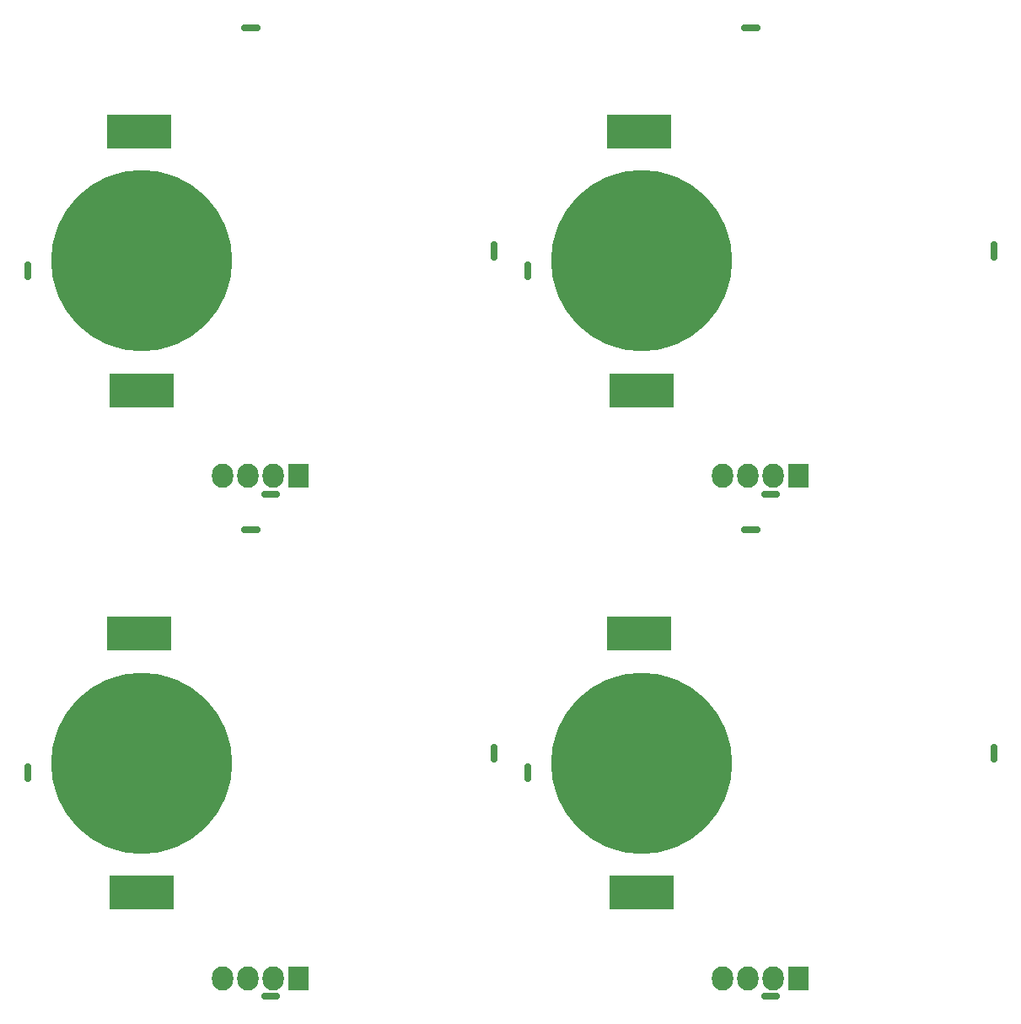
<source format=gbs>
G04 #@! TF.FileFunction,Soldermask,Bot*
%FSLAX46Y46*%
G04 Gerber Fmt 4.6, Leading zero omitted, Abs format (unit mm)*
G04 Created by KiCad (PCBNEW 4.1.0-alpha+201607130321+6976~46~ubuntu16.04.1-product) date Sun Jul 24 19:45:18 2016*
%MOMM*%
%LPD*%
G01*
G04 APERTURE LIST*
%ADD10C,0.100000*%
%ADD11R,2.127200X2.432000*%
%ADD12O,2.127200X2.432000*%
%ADD13R,6.400000X3.400000*%
%ADD14C,18.200000*%
%ADD15C,0.700000*%
G04 APERTURE END LIST*
D10*
D11*
X129000000Y-112600000D03*
D12*
X126460000Y-112600000D03*
X123920000Y-112600000D03*
X121380000Y-112600000D03*
D13*
X113000000Y-78000000D03*
X113200000Y-104000000D03*
D14*
X113200000Y-91000000D03*
D15*
X148600000Y-89400000D03*
X148600000Y-90600000D03*
X148600000Y-90300000D03*
X148600000Y-90000000D03*
X148600000Y-89700000D03*
X123600000Y-67600000D03*
X124800000Y-67600000D03*
X124500000Y-67600000D03*
X124200000Y-67600000D03*
X123900000Y-67600000D03*
X101800000Y-91400000D03*
X101800000Y-92600000D03*
X101800000Y-92300000D03*
X101800000Y-92000000D03*
X101800000Y-91700000D03*
X126800000Y-114400000D03*
X125600000Y-114400000D03*
X125900000Y-114400000D03*
X126200000Y-114400000D03*
X126500000Y-114400000D03*
X76600000Y-114400000D03*
X75400000Y-114400000D03*
X75700000Y-114400000D03*
X76000000Y-114400000D03*
X76300000Y-114400000D03*
X51600000Y-91400000D03*
X51600000Y-92600000D03*
X51600000Y-92300000D03*
X51600000Y-92000000D03*
X51600000Y-91700000D03*
X73400000Y-67600000D03*
X74600000Y-67600000D03*
X74300000Y-67600000D03*
X74000000Y-67600000D03*
X73700000Y-67600000D03*
X98400000Y-89400000D03*
X98400000Y-90600000D03*
X98400000Y-90300000D03*
X98400000Y-90000000D03*
X98400000Y-89700000D03*
D13*
X62800000Y-78000000D03*
X63000000Y-104000000D03*
D14*
X63000000Y-91000000D03*
D11*
X78800000Y-112600000D03*
D12*
X76260000Y-112600000D03*
X73720000Y-112600000D03*
X71180000Y-112600000D03*
D15*
X126800000Y-164800000D03*
X125600000Y-164800000D03*
X125900000Y-164800000D03*
X126200000Y-164800000D03*
X126500000Y-164800000D03*
X101800000Y-141800000D03*
X101800000Y-143000000D03*
X101800000Y-142700000D03*
X101800000Y-142400000D03*
X101800000Y-142100000D03*
X123600000Y-118000000D03*
X124800000Y-118000000D03*
X124500000Y-118000000D03*
X124200000Y-118000000D03*
X123900000Y-118000000D03*
X148600000Y-139800000D03*
X148600000Y-141000000D03*
X148600000Y-140700000D03*
X148600000Y-140400000D03*
X148600000Y-140100000D03*
D13*
X113000000Y-128400000D03*
X113200000Y-154400000D03*
D14*
X113200000Y-141400000D03*
D11*
X129000000Y-163000000D03*
D12*
X126460000Y-163000000D03*
X123920000Y-163000000D03*
X121380000Y-163000000D03*
D11*
X78800000Y-163000000D03*
D12*
X76260000Y-163000000D03*
X73720000Y-163000000D03*
X71180000Y-163000000D03*
D13*
X62800000Y-128400000D03*
X63000000Y-154400000D03*
D14*
X63000000Y-141400000D03*
D15*
X98400000Y-139800000D03*
X98400000Y-141000000D03*
X98400000Y-140700000D03*
X98400000Y-140400000D03*
X98400000Y-140100000D03*
X73400000Y-118000000D03*
X74600000Y-118000000D03*
X74300000Y-118000000D03*
X74000000Y-118000000D03*
X73700000Y-118000000D03*
X51600000Y-141800000D03*
X51600000Y-143000000D03*
X51600000Y-142700000D03*
X51600000Y-142400000D03*
X51600000Y-142100000D03*
X76600000Y-164800000D03*
X75400000Y-164800000D03*
X75700000Y-164800000D03*
X76000000Y-164800000D03*
X76300000Y-164800000D03*
M02*

</source>
